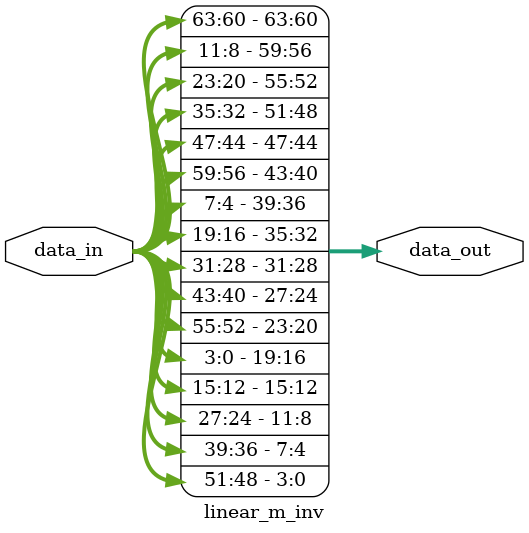
<source format=v>
`timescale 1ns / 1ps
module linear_m_inv(data_in,data_out);
	input [63:0] data_in;
	output [63:0] data_out;
	
	assign data_out[63:60] = data_in[63:60];
	assign data_out[59:56] = data_in[11:8];
	assign data_out[55:52] = data_in[23:20];
	assign data_out[51:48] = data_in[35:32];
	assign data_out[47:44] = data_in[47:44];
	assign data_out[43:40] = data_in[59:56];
	assign data_out[39:36] = data_in[7:4];
	assign data_out[35:32] = data_in[19:16];
	assign data_out[31:28] = data_in[31:28];
	assign data_out[27:24] = data_in[43:40];
	assign data_out[23:20] = data_in[55:52];
	assign data_out[19:16] = data_in[3:0];
	assign data_out[15:12] = data_in[15:12];
	assign data_out[11:8]  = data_in[27:24];
	assign data_out[7:4]   = data_in[39:36];
	assign data_out[3:0]   = data_in[51:48];
endmodule

</source>
